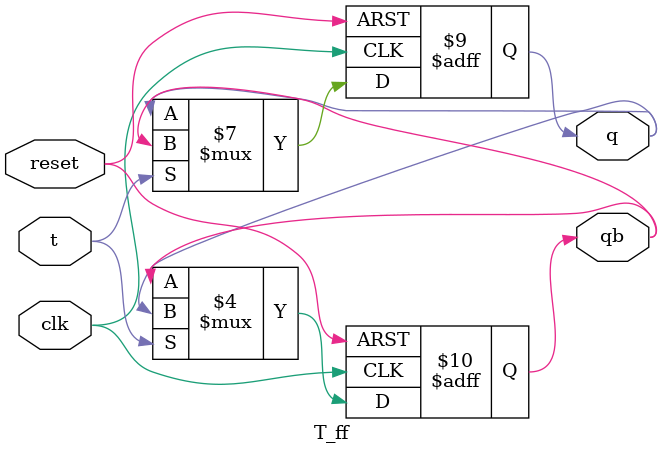
<source format=v>
module T_ff(q, qb, t, clk, reset);

    input t, clk, reset;
    output q, qb;
    reg q, qb;
    
    always @ (posedge clk, posedge reset)
        begin
            if (reset)
            begin
                q <= 1'b0; qb <= 1'b1;
            end
            else if (t == 1'b0)
            begin
                q <= q; qb <= qb;
            end
            else
            begin
                q <= qb; qb <= q;
            end
        end

endmodule


</source>
